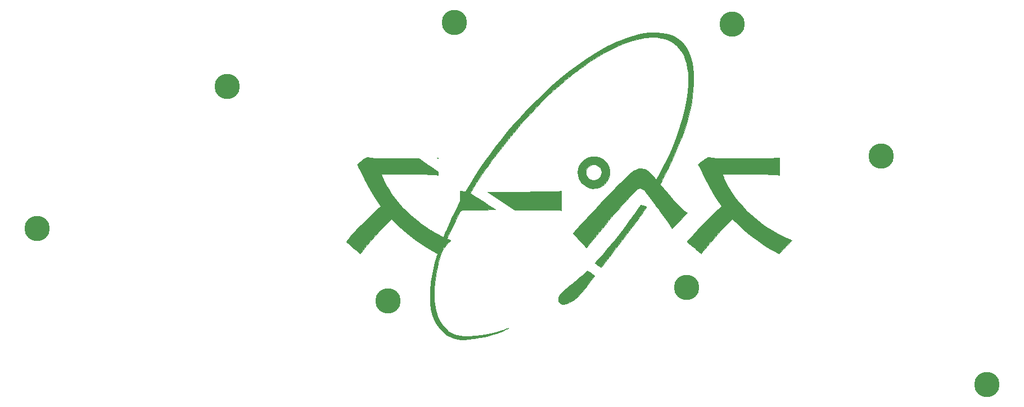
<source format=gbs>
G04 #@! TF.GenerationSoftware,KiCad,Pcbnew,(5.1.10)-1*
G04 #@! TF.CreationDate,2021-10-25T12:42:06+03:00*
G04 #@! TF.ProjectId,bottom_plate,626f7474-6f6d-45f7-906c-6174652e6b69,rev?*
G04 #@! TF.SameCoordinates,Original*
G04 #@! TF.FileFunction,Soldermask,Bot*
G04 #@! TF.FilePolarity,Negative*
%FSLAX46Y46*%
G04 Gerber Fmt 4.6, Leading zero omitted, Abs format (unit mm)*
G04 Created by KiCad (PCBNEW (5.1.10)-1) date 2021-10-25 12:42:06*
%MOMM*%
%LPD*%
G01*
G04 APERTURE LIST*
%ADD10C,0.010000*%
%ADD11C,3.800000*%
G04 APERTURE END LIST*
D10*
G36*
X120090083Y-99103128D02*
G01*
X120074266Y-99121783D01*
X120106001Y-99166648D01*
X120158933Y-99206809D01*
X120222359Y-99237017D01*
X120242493Y-99205916D01*
X120243600Y-99174659D01*
X120213844Y-99103659D01*
X120158933Y-99089633D01*
X120090083Y-99103128D01*
G37*
X120090083Y-99103128D02*
X120074266Y-99121783D01*
X120106001Y-99166648D01*
X120158933Y-99206809D01*
X120222359Y-99237017D01*
X120242493Y-99205916D01*
X120243600Y-99174659D01*
X120213844Y-99103659D01*
X120158933Y-99089633D01*
X120090083Y-99103128D01*
G36*
X143356967Y-98947760D02*
G01*
X142934266Y-99039651D01*
X142541609Y-99203133D01*
X142186607Y-99432324D01*
X141876872Y-99721339D01*
X141620016Y-100064295D01*
X141423650Y-100455309D01*
X141299704Y-100867633D01*
X141249404Y-101303957D01*
X141281237Y-101734258D01*
X141392696Y-102150326D01*
X141581277Y-102543952D01*
X141844473Y-102906923D01*
X141960159Y-103031702D01*
X142291765Y-103308932D01*
X142668802Y-103522042D01*
X143077522Y-103666800D01*
X143504178Y-103738971D01*
X143935022Y-103734322D01*
X144140766Y-103703264D01*
X144561548Y-103577620D01*
X144947364Y-103379729D01*
X145289821Y-103117701D01*
X145580524Y-102799648D01*
X145811079Y-102433682D01*
X145973091Y-102027913D01*
X146006987Y-101900004D01*
X146050853Y-101602329D01*
X146056748Y-101317394D01*
X144838337Y-101317394D01*
X144802650Y-101646312D01*
X144694614Y-101932104D01*
X144516528Y-102171398D01*
X144270687Y-102360823D01*
X144058081Y-102462496D01*
X143876494Y-102503474D01*
X143652437Y-102512432D01*
X143421548Y-102490022D01*
X143249084Y-102447670D01*
X143032026Y-102335259D01*
X142825672Y-102161561D01*
X142625215Y-101908528D01*
X142505615Y-101634379D01*
X142467911Y-101344921D01*
X142513142Y-101045960D01*
X142589992Y-100844011D01*
X142760188Y-100573832D01*
X142979223Y-100366053D01*
X143235581Y-100224721D01*
X143517745Y-100153887D01*
X143814199Y-100157600D01*
X144113428Y-100239909D01*
X144198096Y-100278566D01*
X144460592Y-100453330D01*
X144657188Y-100679405D01*
X144783949Y-100950407D01*
X144836941Y-101259956D01*
X144838337Y-101317394D01*
X146056748Y-101317394D01*
X146057775Y-101267761D01*
X146029455Y-100931046D01*
X145967592Y-100626934D01*
X145940473Y-100540702D01*
X145753927Y-100129740D01*
X145503457Y-99770171D01*
X145196203Y-99467362D01*
X144839305Y-99226680D01*
X144439903Y-99053492D01*
X144005137Y-98953164D01*
X143802100Y-98933346D01*
X143356967Y-98947760D01*
G37*
X143356967Y-98947760D02*
X142934266Y-99039651D01*
X142541609Y-99203133D01*
X142186607Y-99432324D01*
X141876872Y-99721339D01*
X141620016Y-100064295D01*
X141423650Y-100455309D01*
X141299704Y-100867633D01*
X141249404Y-101303957D01*
X141281237Y-101734258D01*
X141392696Y-102150326D01*
X141581277Y-102543952D01*
X141844473Y-102906923D01*
X141960159Y-103031702D01*
X142291765Y-103308932D01*
X142668802Y-103522042D01*
X143077522Y-103666800D01*
X143504178Y-103738971D01*
X143935022Y-103734322D01*
X144140766Y-103703264D01*
X144561548Y-103577620D01*
X144947364Y-103379729D01*
X145289821Y-103117701D01*
X145580524Y-102799648D01*
X145811079Y-102433682D01*
X145973091Y-102027913D01*
X146006987Y-101900004D01*
X146050853Y-101602329D01*
X146056748Y-101317394D01*
X144838337Y-101317394D01*
X144802650Y-101646312D01*
X144694614Y-101932104D01*
X144516528Y-102171398D01*
X144270687Y-102360823D01*
X144058081Y-102462496D01*
X143876494Y-102503474D01*
X143652437Y-102512432D01*
X143421548Y-102490022D01*
X143249084Y-102447670D01*
X143032026Y-102335259D01*
X142825672Y-102161561D01*
X142625215Y-101908528D01*
X142505615Y-101634379D01*
X142467911Y-101344921D01*
X142513142Y-101045960D01*
X142589992Y-100844011D01*
X142760188Y-100573832D01*
X142979223Y-100366053D01*
X143235581Y-100224721D01*
X143517745Y-100153887D01*
X143814199Y-100157600D01*
X144113428Y-100239909D01*
X144198096Y-100278566D01*
X144460592Y-100453330D01*
X144657188Y-100679405D01*
X144783949Y-100950407D01*
X144836941Y-101259956D01*
X144838337Y-101317394D01*
X146056748Y-101317394D01*
X146057775Y-101267761D01*
X146029455Y-100931046D01*
X145967592Y-100626934D01*
X145940473Y-100540702D01*
X145753927Y-100129740D01*
X145503457Y-99770171D01*
X145196203Y-99467362D01*
X144839305Y-99226680D01*
X144439903Y-99053492D01*
X144005137Y-98953164D01*
X143802100Y-98933346D01*
X143356967Y-98947760D01*
G36*
X138584516Y-104149249D02*
G01*
X138437117Y-104162404D01*
X138247572Y-104179306D01*
X138065933Y-104195494D01*
X137982978Y-104199353D01*
X137820987Y-104203488D01*
X137585593Y-104207842D01*
X137282427Y-104212357D01*
X136917118Y-104216978D01*
X136495300Y-104221648D01*
X136022602Y-104226310D01*
X135504656Y-104230906D01*
X134947094Y-104235381D01*
X134355545Y-104239677D01*
X133735642Y-104243739D01*
X133093015Y-104247508D01*
X132695585Y-104249623D01*
X127642738Y-104275467D01*
X129691838Y-105614328D01*
X131740938Y-106953190D01*
X135019852Y-106980492D01*
X135545796Y-106985155D01*
X136051907Y-106990189D01*
X136531095Y-106995491D01*
X136976265Y-107000958D01*
X137380327Y-107006485D01*
X137736186Y-107011969D01*
X138036752Y-107017307D01*
X138274930Y-107022395D01*
X138443630Y-107027128D01*
X138535757Y-107031405D01*
X138542183Y-107031965D01*
X138785600Y-107056136D01*
X138785600Y-104131289D01*
X138584516Y-104149249D01*
G37*
X138584516Y-104149249D02*
X138437117Y-104162404D01*
X138247572Y-104179306D01*
X138065933Y-104195494D01*
X137982978Y-104199353D01*
X137820987Y-104203488D01*
X137585593Y-104207842D01*
X137282427Y-104212357D01*
X136917118Y-104216978D01*
X136495300Y-104221648D01*
X136022602Y-104226310D01*
X135504656Y-104230906D01*
X134947094Y-104235381D01*
X134355545Y-104239677D01*
X133735642Y-104243739D01*
X133093015Y-104247508D01*
X132695585Y-104249623D01*
X127642738Y-104275467D01*
X129691838Y-105614328D01*
X131740938Y-106953190D01*
X135019852Y-106980492D01*
X135545796Y-106985155D01*
X136051907Y-106990189D01*
X136531095Y-106995491D01*
X136976265Y-107000958D01*
X137380327Y-107006485D01*
X137736186Y-107011969D01*
X138036752Y-107017307D01*
X138274930Y-107022395D01*
X138443630Y-107027128D01*
X138535757Y-107031405D01*
X138542183Y-107031965D01*
X138785600Y-107056136D01*
X138785600Y-104131289D01*
X138584516Y-104149249D01*
G36*
X160872522Y-99010379D02*
G01*
X160802951Y-99041102D01*
X160705399Y-99099538D01*
X160570411Y-99191425D01*
X160388531Y-99322505D01*
X160150304Y-99498517D01*
X160110009Y-99528492D01*
X159892517Y-99691402D01*
X159699794Y-99837731D01*
X159541612Y-99959898D01*
X159427744Y-100050316D01*
X159367965Y-100101405D01*
X159361315Y-100109460D01*
X159380977Y-100154412D01*
X159435117Y-100254107D01*
X159514050Y-100391051D01*
X159560683Y-100469519D01*
X159650931Y-100629252D01*
X159763631Y-100842778D01*
X159886758Y-101086559D01*
X160008283Y-101337061D01*
X160056298Y-101439359D01*
X160611925Y-102588406D01*
X161175246Y-103656643D01*
X161748327Y-104647739D01*
X162333233Y-105565363D01*
X162586450Y-105934781D01*
X162918631Y-106408762D01*
X162717054Y-106590948D01*
X162406302Y-106875792D01*
X162074325Y-107187351D01*
X161725852Y-107520689D01*
X161365607Y-107870874D01*
X160998318Y-108232970D01*
X160628712Y-108602044D01*
X160261515Y-108973162D01*
X159901454Y-109341388D01*
X159553255Y-109701789D01*
X159221645Y-110049431D01*
X158911351Y-110379380D01*
X158627099Y-110686701D01*
X158373616Y-110966460D01*
X158155629Y-111213723D01*
X157977864Y-111423555D01*
X157845048Y-111591023D01*
X157761908Y-111711193D01*
X157733170Y-111779130D01*
X157736936Y-111789745D01*
X157859003Y-111899787D01*
X158020836Y-112042399D01*
X158213306Y-112209838D01*
X158427280Y-112394361D01*
X158653628Y-112588225D01*
X158883217Y-112783687D01*
X159106917Y-112973005D01*
X159315596Y-113148436D01*
X159500123Y-113302236D01*
X159651366Y-113426664D01*
X159760195Y-113513975D01*
X159817476Y-113556429D01*
X159823747Y-113559230D01*
X159858986Y-113523229D01*
X159937065Y-113430918D01*
X160049195Y-113293093D01*
X160186589Y-113120549D01*
X160333811Y-112932633D01*
X161058141Y-112034932D01*
X161858323Y-111106950D01*
X162732142Y-110151175D01*
X163677383Y-109170092D01*
X163760338Y-109086231D01*
X164530715Y-108308995D01*
X165215408Y-108982831D01*
X166221566Y-109928316D01*
X167239146Y-110794497D01*
X168275165Y-111586623D01*
X169336636Y-112309942D01*
X170430577Y-112969704D01*
X170865185Y-113209655D01*
X171080402Y-113324838D01*
X171269299Y-113424625D01*
X171419517Y-113502594D01*
X171518701Y-113552325D01*
X171554058Y-113567633D01*
X171587982Y-113538077D01*
X171672919Y-113454281D01*
X171801746Y-113323556D01*
X171967338Y-113153212D01*
X172162570Y-112950561D01*
X172380319Y-112722911D01*
X172506735Y-112590079D01*
X172733741Y-112350522D01*
X172941431Y-112130184D01*
X173122738Y-111936650D01*
X173270599Y-111777508D01*
X173377948Y-111660345D01*
X173437721Y-111592748D01*
X173447728Y-111579527D01*
X173416750Y-111550481D01*
X173323473Y-111500499D01*
X173184924Y-111438245D01*
X173109061Y-111407230D01*
X172457478Y-111125529D01*
X171769150Y-110784852D01*
X171058582Y-110393623D01*
X170340276Y-109960261D01*
X169628735Y-109493188D01*
X168938464Y-109000824D01*
X168848323Y-108933347D01*
X168321129Y-108521131D01*
X167786943Y-108074772D01*
X167258540Y-107606361D01*
X166748695Y-107127988D01*
X166270184Y-106651745D01*
X165835782Y-106189721D01*
X165458267Y-105754008D01*
X165357936Y-105630133D01*
X165024077Y-105193120D01*
X164688403Y-104721490D01*
X164361672Y-104232207D01*
X164054642Y-103742234D01*
X163778072Y-103268537D01*
X163542721Y-102828079D01*
X163419995Y-102574294D01*
X163350042Y-102416111D01*
X163273632Y-102233660D01*
X163197952Y-102045386D01*
X163130193Y-101869735D01*
X163077542Y-101725151D01*
X163047189Y-101630079D01*
X163042600Y-101605944D01*
X163083690Y-101601240D01*
X163201997Y-101597249D01*
X163390072Y-101593946D01*
X163640468Y-101591308D01*
X163945738Y-101589310D01*
X164298434Y-101587929D01*
X164691108Y-101587141D01*
X165116314Y-101586922D01*
X165566604Y-101587248D01*
X166034530Y-101588095D01*
X166512645Y-101589439D01*
X166993501Y-101591256D01*
X167469652Y-101593522D01*
X167933649Y-101596214D01*
X168378045Y-101599307D01*
X168795392Y-101602777D01*
X169178244Y-101606601D01*
X169519152Y-101610755D01*
X169810670Y-101615214D01*
X170045349Y-101619956D01*
X170215743Y-101624955D01*
X170302766Y-101629265D01*
X170554336Y-101647458D01*
X170817271Y-101666704D01*
X171058162Y-101684545D01*
X171223516Y-101696990D01*
X171593933Y-101725220D01*
X171593933Y-99078812D01*
X171435183Y-99103844D01*
X171281402Y-99124396D01*
X171093528Y-99142531D01*
X170867255Y-99158326D01*
X170598276Y-99171858D01*
X170282285Y-99183205D01*
X169914975Y-99192444D01*
X169492040Y-99199652D01*
X169009173Y-99204908D01*
X168462068Y-99208288D01*
X167846417Y-99209869D01*
X167157915Y-99209730D01*
X166392255Y-99207948D01*
X165773100Y-99205614D01*
X165092487Y-99202569D01*
X164491104Y-99199548D01*
X163963514Y-99196440D01*
X163504279Y-99193135D01*
X163107963Y-99189522D01*
X162769129Y-99185489D01*
X162482340Y-99180927D01*
X162242159Y-99175723D01*
X162043149Y-99169768D01*
X161879874Y-99162951D01*
X161746895Y-99155160D01*
X161638777Y-99146284D01*
X161550082Y-99136214D01*
X161475374Y-99124837D01*
X161433933Y-99117126D01*
X161255068Y-99079901D01*
X161096471Y-99043852D01*
X160985496Y-99015285D01*
X160965543Y-99009106D01*
X160923568Y-99001627D01*
X160872522Y-99010379D01*
G37*
X160872522Y-99010379D02*
X160802951Y-99041102D01*
X160705399Y-99099538D01*
X160570411Y-99191425D01*
X160388531Y-99322505D01*
X160150304Y-99498517D01*
X160110009Y-99528492D01*
X159892517Y-99691402D01*
X159699794Y-99837731D01*
X159541612Y-99959898D01*
X159427744Y-100050316D01*
X159367965Y-100101405D01*
X159361315Y-100109460D01*
X159380977Y-100154412D01*
X159435117Y-100254107D01*
X159514050Y-100391051D01*
X159560683Y-100469519D01*
X159650931Y-100629252D01*
X159763631Y-100842778D01*
X159886758Y-101086559D01*
X160008283Y-101337061D01*
X160056298Y-101439359D01*
X160611925Y-102588406D01*
X161175246Y-103656643D01*
X161748327Y-104647739D01*
X162333233Y-105565363D01*
X162586450Y-105934781D01*
X162918631Y-106408762D01*
X162717054Y-106590948D01*
X162406302Y-106875792D01*
X162074325Y-107187351D01*
X161725852Y-107520689D01*
X161365607Y-107870874D01*
X160998318Y-108232970D01*
X160628712Y-108602044D01*
X160261515Y-108973162D01*
X159901454Y-109341388D01*
X159553255Y-109701789D01*
X159221645Y-110049431D01*
X158911351Y-110379380D01*
X158627099Y-110686701D01*
X158373616Y-110966460D01*
X158155629Y-111213723D01*
X157977864Y-111423555D01*
X157845048Y-111591023D01*
X157761908Y-111711193D01*
X157733170Y-111779130D01*
X157736936Y-111789745D01*
X157859003Y-111899787D01*
X158020836Y-112042399D01*
X158213306Y-112209838D01*
X158427280Y-112394361D01*
X158653628Y-112588225D01*
X158883217Y-112783687D01*
X159106917Y-112973005D01*
X159315596Y-113148436D01*
X159500123Y-113302236D01*
X159651366Y-113426664D01*
X159760195Y-113513975D01*
X159817476Y-113556429D01*
X159823747Y-113559230D01*
X159858986Y-113523229D01*
X159937065Y-113430918D01*
X160049195Y-113293093D01*
X160186589Y-113120549D01*
X160333811Y-112932633D01*
X161058141Y-112034932D01*
X161858323Y-111106950D01*
X162732142Y-110151175D01*
X163677383Y-109170092D01*
X163760338Y-109086231D01*
X164530715Y-108308995D01*
X165215408Y-108982831D01*
X166221566Y-109928316D01*
X167239146Y-110794497D01*
X168275165Y-111586623D01*
X169336636Y-112309942D01*
X170430577Y-112969704D01*
X170865185Y-113209655D01*
X171080402Y-113324838D01*
X171269299Y-113424625D01*
X171419517Y-113502594D01*
X171518701Y-113552325D01*
X171554058Y-113567633D01*
X171587982Y-113538077D01*
X171672919Y-113454281D01*
X171801746Y-113323556D01*
X171967338Y-113153212D01*
X172162570Y-112950561D01*
X172380319Y-112722911D01*
X172506735Y-112590079D01*
X172733741Y-112350522D01*
X172941431Y-112130184D01*
X173122738Y-111936650D01*
X173270599Y-111777508D01*
X173377948Y-111660345D01*
X173437721Y-111592748D01*
X173447728Y-111579527D01*
X173416750Y-111550481D01*
X173323473Y-111500499D01*
X173184924Y-111438245D01*
X173109061Y-111407230D01*
X172457478Y-111125529D01*
X171769150Y-110784852D01*
X171058582Y-110393623D01*
X170340276Y-109960261D01*
X169628735Y-109493188D01*
X168938464Y-109000824D01*
X168848323Y-108933347D01*
X168321129Y-108521131D01*
X167786943Y-108074772D01*
X167258540Y-107606361D01*
X166748695Y-107127988D01*
X166270184Y-106651745D01*
X165835782Y-106189721D01*
X165458267Y-105754008D01*
X165357936Y-105630133D01*
X165024077Y-105193120D01*
X164688403Y-104721490D01*
X164361672Y-104232207D01*
X164054642Y-103742234D01*
X163778072Y-103268537D01*
X163542721Y-102828079D01*
X163419995Y-102574294D01*
X163350042Y-102416111D01*
X163273632Y-102233660D01*
X163197952Y-102045386D01*
X163130193Y-101869735D01*
X163077542Y-101725151D01*
X163047189Y-101630079D01*
X163042600Y-101605944D01*
X163083690Y-101601240D01*
X163201997Y-101597249D01*
X163390072Y-101593946D01*
X163640468Y-101591308D01*
X163945738Y-101589310D01*
X164298434Y-101587929D01*
X164691108Y-101587141D01*
X165116314Y-101586922D01*
X165566604Y-101587248D01*
X166034530Y-101588095D01*
X166512645Y-101589439D01*
X166993501Y-101591256D01*
X167469652Y-101593522D01*
X167933649Y-101596214D01*
X168378045Y-101599307D01*
X168795392Y-101602777D01*
X169178244Y-101606601D01*
X169519152Y-101610755D01*
X169810670Y-101615214D01*
X170045349Y-101619956D01*
X170215743Y-101624955D01*
X170302766Y-101629265D01*
X170554336Y-101647458D01*
X170817271Y-101666704D01*
X171058162Y-101684545D01*
X171223516Y-101696990D01*
X171593933Y-101725220D01*
X171593933Y-99078812D01*
X171435183Y-99103844D01*
X171281402Y-99124396D01*
X171093528Y-99142531D01*
X170867255Y-99158326D01*
X170598276Y-99171858D01*
X170282285Y-99183205D01*
X169914975Y-99192444D01*
X169492040Y-99199652D01*
X169009173Y-99204908D01*
X168462068Y-99208288D01*
X167846417Y-99209869D01*
X167157915Y-99209730D01*
X166392255Y-99207948D01*
X165773100Y-99205614D01*
X165092487Y-99202569D01*
X164491104Y-99199548D01*
X163963514Y-99196440D01*
X163504279Y-99193135D01*
X163107963Y-99189522D01*
X162769129Y-99185489D01*
X162482340Y-99180927D01*
X162242159Y-99175723D01*
X162043149Y-99169768D01*
X161879874Y-99162951D01*
X161746895Y-99155160D01*
X161638777Y-99146284D01*
X161550082Y-99136214D01*
X161475374Y-99124837D01*
X161433933Y-99117126D01*
X161255068Y-99079901D01*
X161096471Y-99043852D01*
X160985496Y-99015285D01*
X160965543Y-99009106D01*
X160923568Y-99001627D01*
X160872522Y-99010379D01*
G36*
X150664975Y-106270985D02*
G01*
X150589509Y-106384327D01*
X150480025Y-106546060D01*
X150343768Y-106745683D01*
X150187979Y-106972693D01*
X150019901Y-107216587D01*
X149846777Y-107466862D01*
X149675848Y-107713016D01*
X149514358Y-107944546D01*
X149369550Y-108150950D01*
X149248665Y-108321725D01*
X149214403Y-108369663D01*
X148650663Y-109143387D01*
X148064717Y-109924107D01*
X147464882Y-110701584D01*
X146859473Y-111465575D01*
X146256809Y-112205840D01*
X145665204Y-112912137D01*
X145092976Y-113574226D01*
X144548442Y-114181865D01*
X144130183Y-114630464D01*
X144003788Y-114765288D01*
X143902676Y-114877040D01*
X143839048Y-114951992D01*
X143823266Y-114975816D01*
X143855823Y-115004704D01*
X143943070Y-115069867D01*
X144069378Y-115160428D01*
X144219114Y-115265512D01*
X144376646Y-115374244D01*
X144526343Y-115475747D01*
X144652574Y-115559147D01*
X144739706Y-115613567D01*
X144740958Y-115614294D01*
X144777547Y-115587365D01*
X144862937Y-115494406D01*
X144995525Y-115337412D01*
X145173707Y-115118383D01*
X145395881Y-114839316D01*
X145660445Y-114502209D01*
X145965795Y-114109059D01*
X146310328Y-113661865D01*
X146374050Y-113578825D01*
X146915289Y-112873011D01*
X147407367Y-112231084D01*
X147852741Y-111649819D01*
X148253867Y-111125992D01*
X148613202Y-110656376D01*
X148933204Y-110237747D01*
X149216328Y-109866879D01*
X149465032Y-109540549D01*
X149681773Y-109255529D01*
X149869006Y-109008597D01*
X150029190Y-108796526D01*
X150164780Y-108616091D01*
X150278235Y-108464068D01*
X150372009Y-108337231D01*
X150448561Y-108232356D01*
X150478165Y-108191300D01*
X150655576Y-107940747D01*
X150834165Y-107682343D01*
X151007695Y-107425740D01*
X151169929Y-107180595D01*
X151314631Y-106956562D01*
X151435563Y-106763295D01*
X151526490Y-106610449D01*
X151581174Y-106507679D01*
X151593485Y-106464741D01*
X151547315Y-106445726D01*
X151441935Y-106412066D01*
X151297574Y-106369376D01*
X151134463Y-106323270D01*
X150972834Y-106279364D01*
X150832918Y-106243271D01*
X150734944Y-106220607D01*
X150699182Y-106216539D01*
X150664975Y-106270985D01*
G37*
X150664975Y-106270985D02*
X150589509Y-106384327D01*
X150480025Y-106546060D01*
X150343768Y-106745683D01*
X150187979Y-106972693D01*
X150019901Y-107216587D01*
X149846777Y-107466862D01*
X149675848Y-107713016D01*
X149514358Y-107944546D01*
X149369550Y-108150950D01*
X149248665Y-108321725D01*
X149214403Y-108369663D01*
X148650663Y-109143387D01*
X148064717Y-109924107D01*
X147464882Y-110701584D01*
X146859473Y-111465575D01*
X146256809Y-112205840D01*
X145665204Y-112912137D01*
X145092976Y-113574226D01*
X144548442Y-114181865D01*
X144130183Y-114630464D01*
X144003788Y-114765288D01*
X143902676Y-114877040D01*
X143839048Y-114951992D01*
X143823266Y-114975816D01*
X143855823Y-115004704D01*
X143943070Y-115069867D01*
X144069378Y-115160428D01*
X144219114Y-115265512D01*
X144376646Y-115374244D01*
X144526343Y-115475747D01*
X144652574Y-115559147D01*
X144739706Y-115613567D01*
X144740958Y-115614294D01*
X144777547Y-115587365D01*
X144862937Y-115494406D01*
X144995525Y-115337412D01*
X145173707Y-115118383D01*
X145395881Y-114839316D01*
X145660445Y-114502209D01*
X145965795Y-114109059D01*
X146310328Y-113661865D01*
X146374050Y-113578825D01*
X146915289Y-112873011D01*
X147407367Y-112231084D01*
X147852741Y-111649819D01*
X148253867Y-111125992D01*
X148613202Y-110656376D01*
X148933204Y-110237747D01*
X149216328Y-109866879D01*
X149465032Y-109540549D01*
X149681773Y-109255529D01*
X149869006Y-109008597D01*
X150029190Y-108796526D01*
X150164780Y-108616091D01*
X150278235Y-108464068D01*
X150372009Y-108337231D01*
X150448561Y-108232356D01*
X150478165Y-108191300D01*
X150655576Y-107940747D01*
X150834165Y-107682343D01*
X151007695Y-107425740D01*
X151169929Y-107180595D01*
X151314631Y-106956562D01*
X151435563Y-106763295D01*
X151526490Y-106610449D01*
X151581174Y-106507679D01*
X151593485Y-106464741D01*
X151547315Y-106445726D01*
X151441935Y-106412066D01*
X151297574Y-106369376D01*
X151134463Y-106323270D01*
X150972834Y-106279364D01*
X150832918Y-106243271D01*
X150734944Y-106220607D01*
X150699182Y-106216539D01*
X150664975Y-106270985D01*
G36*
X142115080Y-116689296D02*
G01*
X141668879Y-117104608D01*
X141173085Y-117519400D01*
X140859933Y-117760571D01*
X140339194Y-118155047D01*
X139888226Y-118511270D01*
X139503397Y-118833183D01*
X139181076Y-119124730D01*
X138917633Y-119389855D01*
X138709435Y-119632501D01*
X138552852Y-119856613D01*
X138444252Y-120066134D01*
X138380005Y-120265007D01*
X138356478Y-120457177D01*
X138356219Y-120479726D01*
X138383615Y-120724067D01*
X138470559Y-120919968D01*
X138580494Y-121047230D01*
X138754517Y-121165038D01*
X138961745Y-121220166D01*
X139211837Y-121213874D01*
X139461619Y-121162176D01*
X139742299Y-121065164D01*
X140058708Y-120920053D01*
X140388080Y-120739957D01*
X140707653Y-120537990D01*
X140994663Y-120327268D01*
X141164484Y-120181127D01*
X141277430Y-120067458D01*
X141423411Y-119909033D01*
X141582938Y-119727499D01*
X141725643Y-119557800D01*
X141877520Y-119371022D01*
X142054327Y-119150901D01*
X142249547Y-118905798D01*
X142456662Y-118644074D01*
X142669157Y-118374090D01*
X142880514Y-118104209D01*
X143084216Y-117842791D01*
X143273747Y-117598199D01*
X143442588Y-117378793D01*
X143584225Y-117192935D01*
X143692139Y-117048987D01*
X143759813Y-116955310D01*
X143780933Y-116920777D01*
X143747572Y-116886136D01*
X143655454Y-116813736D01*
X143516530Y-116712388D01*
X143342751Y-116590906D01*
X143226330Y-116511755D01*
X142671728Y-116138497D01*
X142115080Y-116689296D01*
G37*
X142115080Y-116689296D02*
X141668879Y-117104608D01*
X141173085Y-117519400D01*
X140859933Y-117760571D01*
X140339194Y-118155047D01*
X139888226Y-118511270D01*
X139503397Y-118833183D01*
X139181076Y-119124730D01*
X138917633Y-119389855D01*
X138709435Y-119632501D01*
X138552852Y-119856613D01*
X138444252Y-120066134D01*
X138380005Y-120265007D01*
X138356478Y-120457177D01*
X138356219Y-120479726D01*
X138383615Y-120724067D01*
X138470559Y-120919968D01*
X138580494Y-121047230D01*
X138754517Y-121165038D01*
X138961745Y-121220166D01*
X139211837Y-121213874D01*
X139461619Y-121162176D01*
X139742299Y-121065164D01*
X140058708Y-120920053D01*
X140388080Y-120739957D01*
X140707653Y-120537990D01*
X140994663Y-120327268D01*
X141164484Y-120181127D01*
X141277430Y-120067458D01*
X141423411Y-119909033D01*
X141582938Y-119727499D01*
X141725643Y-119557800D01*
X141877520Y-119371022D01*
X142054327Y-119150901D01*
X142249547Y-118905798D01*
X142456662Y-118644074D01*
X142669157Y-118374090D01*
X142880514Y-118104209D01*
X143084216Y-117842791D01*
X143273747Y-117598199D01*
X143442588Y-117378793D01*
X143584225Y-117192935D01*
X143692139Y-117048987D01*
X143759813Y-116955310D01*
X143780933Y-116920777D01*
X143747572Y-116886136D01*
X143655454Y-116813736D01*
X143516530Y-116712388D01*
X143342751Y-116590906D01*
X143226330Y-116511755D01*
X142671728Y-116138497D01*
X142115080Y-116689296D01*
G36*
X130784600Y-124807133D02*
G01*
X130805766Y-124828300D01*
X130826933Y-124807133D01*
X130805766Y-124785967D01*
X130784600Y-124807133D01*
G37*
X130784600Y-124807133D02*
X130805766Y-124828300D01*
X130826933Y-124807133D01*
X130805766Y-124785967D01*
X130784600Y-124807133D01*
G36*
X151991823Y-80276644D02*
G01*
X151212149Y-80361788D01*
X150416067Y-80505193D01*
X149598038Y-80708444D01*
X148752522Y-80973124D01*
X147873980Y-81300818D01*
X146956873Y-81693109D01*
X145995661Y-82151583D01*
X145852158Y-82223718D01*
X144724165Y-82828810D01*
X143574766Y-83513341D01*
X142406181Y-84275444D01*
X141220632Y-85113257D01*
X140020340Y-86024913D01*
X138807526Y-87008549D01*
X137584412Y-88062299D01*
X136353218Y-89184299D01*
X135116167Y-90372684D01*
X133875480Y-91625589D01*
X132633377Y-92941150D01*
X131392080Y-94317501D01*
X131239814Y-94490616D01*
X130462235Y-95403365D01*
X129668765Y-96385371D01*
X128867864Y-97424801D01*
X128067992Y-98509821D01*
X127277610Y-99628599D01*
X126505177Y-100769302D01*
X125759153Y-101920097D01*
X125047998Y-103069151D01*
X124751640Y-103565503D01*
X124371100Y-104210206D01*
X124138266Y-104188521D01*
X123965061Y-104171959D01*
X123792298Y-104154776D01*
X123725516Y-104147878D01*
X123545600Y-104128920D01*
X123545600Y-105671834D01*
X122935930Y-106878650D01*
X122588794Y-107574097D01*
X122276715Y-108217870D01*
X121990254Y-108830325D01*
X121719969Y-109431819D01*
X121456421Y-110042707D01*
X121340778Y-110318238D01*
X121230987Y-110579718D01*
X121147244Y-110772270D01*
X121084226Y-110905607D01*
X121036609Y-110989439D01*
X120999069Y-111033479D01*
X120966280Y-111047438D01*
X120942711Y-111044339D01*
X120857885Y-111009292D01*
X120713118Y-110938543D01*
X120521474Y-110839266D01*
X120296022Y-110718632D01*
X120049828Y-110583814D01*
X119795959Y-110441985D01*
X119547481Y-110300316D01*
X119317462Y-110165981D01*
X119118967Y-110046151D01*
X119079433Y-110021575D01*
X118343523Y-109537737D01*
X117609854Y-109010599D01*
X116890043Y-108450220D01*
X116195712Y-107866658D01*
X115538478Y-107269972D01*
X114929962Y-106670220D01*
X114381782Y-106077461D01*
X114006515Y-105630133D01*
X113690034Y-105216243D01*
X113366654Y-104760935D01*
X113047075Y-104281307D01*
X112741998Y-103794457D01*
X112462122Y-103317485D01*
X112218147Y-102867488D01*
X112020774Y-102461564D01*
X112013519Y-102445412D01*
X111942680Y-102281109D01*
X111868934Y-102100266D01*
X111799665Y-101922267D01*
X111742253Y-101766495D01*
X111704082Y-101652335D01*
X111692266Y-101601839D01*
X111733357Y-101597542D01*
X111851660Y-101593964D01*
X112039727Y-101591075D01*
X112290108Y-101588847D01*
X112595352Y-101587254D01*
X112948010Y-101586265D01*
X113340632Y-101585854D01*
X113765768Y-101585992D01*
X114215968Y-101586651D01*
X114683782Y-101587803D01*
X115161761Y-101589419D01*
X115642453Y-101591473D01*
X116118410Y-101593934D01*
X116582181Y-101596776D01*
X117026317Y-101599970D01*
X117443368Y-101603487D01*
X117825883Y-101607301D01*
X118166413Y-101611382D01*
X118457508Y-101615703D01*
X118691717Y-101620236D01*
X118861592Y-101624951D01*
X118952433Y-101629265D01*
X119204003Y-101647458D01*
X119466937Y-101666704D01*
X119707829Y-101684545D01*
X119873183Y-101696990D01*
X120243600Y-101725220D01*
X120243600Y-101265595D01*
X119852016Y-100995734D01*
X119715009Y-100900599D01*
X119521961Y-100765534D01*
X119285837Y-100599666D01*
X119019604Y-100412118D01*
X118736231Y-100212015D01*
X118448683Y-100008481D01*
X118399405Y-99973548D01*
X117338376Y-99221224D01*
X113890905Y-99204591D01*
X113257596Y-99201371D01*
X112703047Y-99198131D01*
X112221352Y-99194734D01*
X111806605Y-99191044D01*
X111452899Y-99186926D01*
X111154328Y-99182243D01*
X110904986Y-99176859D01*
X110698966Y-99170637D01*
X110530362Y-99163442D01*
X110393268Y-99155137D01*
X110281777Y-99145587D01*
X110189982Y-99134655D01*
X110111979Y-99122205D01*
X110083600Y-99116825D01*
X109904721Y-99079737D01*
X109746115Y-99043790D01*
X109635144Y-99015276D01*
X109615210Y-99009106D01*
X109573235Y-99001627D01*
X109522189Y-99010379D01*
X109452618Y-99041102D01*
X109355066Y-99099538D01*
X109220077Y-99191425D01*
X109038198Y-99322505D01*
X108799971Y-99498517D01*
X108759676Y-99528492D01*
X108542184Y-99691402D01*
X108349460Y-99837731D01*
X108191278Y-99959898D01*
X108077411Y-100050316D01*
X108017631Y-100101405D01*
X108010982Y-100109460D01*
X108030660Y-100154404D01*
X108084843Y-100254069D01*
X108163835Y-100390963D01*
X108210439Y-100469293D01*
X108292015Y-100614047D01*
X108399180Y-100817397D01*
X108522556Y-101060828D01*
X108652770Y-101325825D01*
X108780446Y-101593874D01*
X108787268Y-101608467D01*
X109238769Y-102542616D01*
X109691489Y-103411758D01*
X110156093Y-104235024D01*
X110643246Y-105031545D01*
X111002196Y-105581670D01*
X111564516Y-106422208D01*
X111342842Y-106618837D01*
X111035539Y-106897254D01*
X110682636Y-107226979D01*
X110295523Y-107596703D01*
X109885590Y-107995117D01*
X109464226Y-108410913D01*
X109042820Y-108832782D01*
X108632762Y-109249415D01*
X108245440Y-109649506D01*
X107892244Y-110021743D01*
X107625805Y-110309511D01*
X107312613Y-110655292D01*
X107039817Y-110961872D01*
X106810348Y-111225750D01*
X106627139Y-111443427D01*
X106493120Y-111611402D01*
X106411223Y-111726175D01*
X106384380Y-111784246D01*
X106386415Y-111789320D01*
X106491711Y-111883655D01*
X106639893Y-112013838D01*
X106821750Y-112172007D01*
X107028075Y-112350300D01*
X107249657Y-112540856D01*
X107477289Y-112735811D01*
X107701762Y-112927305D01*
X107913867Y-113107475D01*
X108104396Y-113268460D01*
X108264138Y-113402397D01*
X108383887Y-113501424D01*
X108454432Y-113557679D01*
X108469360Y-113567633D01*
X108505423Y-113535618D01*
X108581391Y-113447893D01*
X108686984Y-113316942D01*
X108811924Y-113155246D01*
X108844847Y-113111653D01*
X109371955Y-112436735D01*
X109968630Y-111721257D01*
X110631994Y-110968476D01*
X111359167Y-110181650D01*
X112147270Y-109364035D01*
X112250924Y-109258817D01*
X113182428Y-108315501D01*
X113909230Y-109025984D01*
X114918652Y-109968850D01*
X115936291Y-110831134D01*
X116967554Y-111616875D01*
X118017848Y-112330111D01*
X119092580Y-112974881D01*
X119484473Y-113189926D01*
X119696667Y-113303590D01*
X119881044Y-113402370D01*
X120025457Y-113479759D01*
X120117760Y-113529246D01*
X120146185Y-113544517D01*
X120137889Y-113584397D01*
X120109342Y-113690735D01*
X120064632Y-113848897D01*
X120007844Y-114044246D01*
X119985683Y-114119330D01*
X119755738Y-114944491D01*
X119548145Y-115788044D01*
X119368327Y-116625276D01*
X119221703Y-117431474D01*
X119140884Y-117970300D01*
X119102773Y-118307860D01*
X119071262Y-118697247D01*
X119046873Y-119119541D01*
X119030127Y-119555821D01*
X119021543Y-119987169D01*
X119021644Y-120394664D01*
X119030948Y-120759388D01*
X119049978Y-121062419D01*
X119054498Y-121109165D01*
X119167279Y-121895611D01*
X119336514Y-122627619D01*
X119560492Y-123303259D01*
X119837504Y-123920600D01*
X120165839Y-124477713D01*
X120543787Y-124972669D01*
X120969638Y-125403536D01*
X121441681Y-125768387D01*
X121958206Y-126065290D01*
X122517504Y-126292317D01*
X123117863Y-126447537D01*
X123757574Y-126529020D01*
X123863100Y-126535069D01*
X124057997Y-126541493D01*
X124241931Y-126542541D01*
X124383108Y-126538175D01*
X124413433Y-126535694D01*
X124655004Y-126507245D01*
X124960206Y-126466296D01*
X125309445Y-126415905D01*
X125683128Y-126359133D01*
X126061661Y-126299037D01*
X126425451Y-126238678D01*
X126754903Y-126181115D01*
X127030425Y-126129406D01*
X127082992Y-126118889D01*
X127593271Y-126006637D01*
X128104931Y-125877958D01*
X128595263Y-125739196D01*
X129041556Y-125596694D01*
X129342445Y-125487813D01*
X129496285Y-125425659D01*
X129682605Y-125346187D01*
X129887523Y-125255824D01*
X130097158Y-125160995D01*
X130297629Y-125068125D01*
X130475057Y-124983640D01*
X130615558Y-124913965D01*
X130705254Y-124865525D01*
X130730867Y-124845122D01*
X130688733Y-124853707D01*
X130578690Y-124884938D01*
X130413259Y-124935020D01*
X130204962Y-125000153D01*
X129966319Y-125076539D01*
X129942851Y-125084138D01*
X128834191Y-125416600D01*
X127773893Y-125679686D01*
X126761822Y-125873423D01*
X125797841Y-125997833D01*
X124881815Y-126052943D01*
X124620321Y-126055967D01*
X124041390Y-126040302D01*
X123531852Y-125992009D01*
X123082190Y-125909141D01*
X122682883Y-125789751D01*
X122324415Y-125631891D01*
X122193889Y-125559633D01*
X122009927Y-125432895D01*
X121791956Y-125253018D01*
X121555504Y-125035526D01*
X121316097Y-124795945D01*
X121089261Y-124549801D01*
X120890523Y-124312617D01*
X120738049Y-124103932D01*
X120434714Y-123588975D01*
X120181777Y-123037219D01*
X119975933Y-122438969D01*
X119813878Y-121784531D01*
X119692307Y-121064210D01*
X119686177Y-121018300D01*
X119662706Y-120772974D01*
X119646472Y-120461250D01*
X119637331Y-120101071D01*
X119635140Y-119710383D01*
X119639756Y-119307132D01*
X119651037Y-118909263D01*
X119668840Y-118534720D01*
X119693021Y-118201450D01*
X119709951Y-118033800D01*
X119786422Y-117450136D01*
X119883912Y-116837940D01*
X119998973Y-116212679D01*
X120128158Y-115589820D01*
X120268021Y-114984829D01*
X120415115Y-114413172D01*
X120565993Y-113890316D01*
X120717209Y-113431728D01*
X120763949Y-113304146D01*
X120949087Y-112812858D01*
X121517094Y-112213163D01*
X121693108Y-112026315D01*
X121848212Y-111859734D01*
X121973269Y-111723391D01*
X122059141Y-111627258D01*
X122096692Y-111581307D01*
X122097478Y-111579750D01*
X122067779Y-111548332D01*
X121978008Y-111497997D01*
X121847396Y-111439486D01*
X121843478Y-111437892D01*
X121696155Y-111369472D01*
X121608717Y-111310058D01*
X121589974Y-111273943D01*
X121618439Y-111191365D01*
X121679637Y-111042186D01*
X121769184Y-110835902D01*
X121882697Y-110582006D01*
X122015792Y-110289997D01*
X122164085Y-109969368D01*
X122323193Y-109629617D01*
X122488732Y-109280238D01*
X122656319Y-108930727D01*
X122821569Y-108590581D01*
X122936676Y-108356737D01*
X123578139Y-107061673D01*
X123974620Y-107027991D01*
X124093989Y-107020986D01*
X124288337Y-107013478D01*
X124547977Y-107005687D01*
X124863225Y-106997828D01*
X125224395Y-106990120D01*
X125621801Y-106982780D01*
X126045759Y-106976025D01*
X126486582Y-106970074D01*
X126628535Y-106968387D01*
X128885970Y-106942467D01*
X127750368Y-106202813D01*
X127423238Y-105989685D01*
X127074414Y-105762323D01*
X126722275Y-105532713D01*
X126385199Y-105312841D01*
X126081566Y-105114692D01*
X125829753Y-104950253D01*
X125820745Y-104944368D01*
X125026724Y-104425577D01*
X125392629Y-103821355D01*
X125652234Y-103400499D01*
X125939086Y-102949129D01*
X126240912Y-102485741D01*
X126545436Y-102028831D01*
X126840384Y-101596895D01*
X127113480Y-101208429D01*
X127268570Y-100994633D01*
X127457725Y-100736220D01*
X127669894Y-100443734D01*
X127883297Y-100147356D01*
X128076150Y-99877270D01*
X128139286Y-99788133D01*
X128290495Y-99576608D01*
X128478844Y-99317129D01*
X128690112Y-99029054D01*
X128910077Y-98731738D01*
X129124520Y-98444537D01*
X129205539Y-98336860D01*
X130118518Y-97150273D01*
X131050107Y-95985551D01*
X131995336Y-94847956D01*
X132949237Y-93742747D01*
X133906841Y-92675185D01*
X134863178Y-91650532D01*
X135813281Y-90674046D01*
X136752181Y-89750990D01*
X137674908Y-88886624D01*
X138576495Y-88086207D01*
X139451971Y-87355001D01*
X139949766Y-86961642D01*
X140151643Y-86803572D01*
X140374258Y-86625979D01*
X140582293Y-86457153D01*
X140669433Y-86385180D01*
X140903127Y-86195838D01*
X141190364Y-85971504D01*
X141514506Y-85724549D01*
X141858917Y-85467341D01*
X142206959Y-85212250D01*
X142541995Y-84971648D01*
X142847387Y-84757902D01*
X142976600Y-84669799D01*
X144082038Y-83953658D01*
X145166595Y-83310572D01*
X146228593Y-82741294D01*
X147266357Y-82246581D01*
X148278209Y-81827188D01*
X149262474Y-81483869D01*
X150217475Y-81217381D01*
X151010503Y-81050858D01*
X151338533Y-81003904D01*
X151713819Y-80968261D01*
X152112318Y-80944785D01*
X152509983Y-80934336D01*
X152882768Y-80937773D01*
X153206627Y-80955954D01*
X153323098Y-80968296D01*
X153989802Y-81089258D01*
X154606996Y-81278432D01*
X155176324Y-81536566D01*
X155699428Y-81864405D01*
X156177953Y-82262697D01*
X156181711Y-82266269D01*
X156572098Y-82684808D01*
X156909535Y-83149017D01*
X157196315Y-83664066D01*
X157434736Y-84235126D01*
X157627092Y-84867367D01*
X157775680Y-85565959D01*
X157843386Y-86008633D01*
X157866527Y-86247128D01*
X157882908Y-86552740D01*
X157892662Y-86908202D01*
X157895920Y-87296245D01*
X157892817Y-87699600D01*
X157883484Y-88101001D01*
X157868053Y-88483178D01*
X157846658Y-88828863D01*
X157819507Y-89120133D01*
X157640303Y-90371637D01*
X157388845Y-91661635D01*
X157066182Y-92986251D01*
X156673363Y-94341610D01*
X156211437Y-95723835D01*
X155681452Y-97129053D01*
X155591136Y-97353967D01*
X155352315Y-97927217D01*
X155100558Y-98497465D01*
X154829652Y-99077438D01*
X154533383Y-99679864D01*
X154205538Y-100317473D01*
X153839902Y-101002991D01*
X153559304Y-101516077D01*
X153073100Y-102397354D01*
X152863110Y-102151077D01*
X152749595Y-102023299D01*
X152595897Y-101857617D01*
X152422208Y-101675483D01*
X152249277Y-101498909D01*
X152048667Y-101303940D01*
X151881598Y-101159010D01*
X151728088Y-101048555D01*
X151568156Y-100957011D01*
X151527035Y-100936341D01*
X151177535Y-100802866D01*
X150826294Y-100747400D01*
X150469133Y-100770664D01*
X150101869Y-100873378D01*
X149720323Y-101056262D01*
X149326579Y-101315397D01*
X149214994Y-101406930D01*
X149050817Y-101554479D01*
X148839569Y-101752481D01*
X148586767Y-101995376D01*
X148297931Y-102277601D01*
X147978580Y-102593596D01*
X147634231Y-102937797D01*
X147270406Y-103304645D01*
X146892621Y-103688578D01*
X146506396Y-104084033D01*
X146117249Y-104485450D01*
X145730700Y-104887266D01*
X145352268Y-105283921D01*
X144987470Y-105669852D01*
X144687603Y-105990284D01*
X144104454Y-106616727D01*
X143576464Y-107184004D01*
X143101066Y-107694883D01*
X142675694Y-108152135D01*
X142297781Y-108558529D01*
X141964760Y-108916835D01*
X141674064Y-109229823D01*
X141423127Y-109500263D01*
X141209381Y-109730924D01*
X141030261Y-109924576D01*
X140883198Y-110083990D01*
X140765627Y-110211934D01*
X140674981Y-110311178D01*
X140608692Y-110384493D01*
X140564194Y-110434647D01*
X140538921Y-110464412D01*
X140530403Y-110476265D01*
X140555343Y-110513441D01*
X140631658Y-110605007D01*
X140752788Y-110743611D01*
X140912174Y-110921901D01*
X141103256Y-111132523D01*
X141319477Y-111368126D01*
X141498229Y-111561140D01*
X141731125Y-111811662D01*
X141946122Y-112042940D01*
X142136305Y-112247535D01*
X142294762Y-112418010D01*
X142414579Y-112546927D01*
X142488842Y-112626847D01*
X142510480Y-112650154D01*
X142543062Y-112625728D01*
X142623441Y-112541879D01*
X142746127Y-112404979D01*
X142905630Y-112221400D01*
X143096462Y-111997516D01*
X143313131Y-111739697D01*
X143550150Y-111454317D01*
X143750425Y-111210821D01*
X144331276Y-110503208D01*
X144866378Y-109854822D01*
X145362122Y-109258186D01*
X145824899Y-108705821D01*
X146261103Y-108190250D01*
X146677125Y-107703994D01*
X147079356Y-107239575D01*
X147474189Y-106789515D01*
X147868016Y-106346336D01*
X148267229Y-105902559D01*
X148610999Y-105524300D01*
X148965187Y-105137275D01*
X149268512Y-104808820D01*
X149526331Y-104534200D01*
X149744006Y-104308682D01*
X149926892Y-104127531D01*
X150080351Y-103986011D01*
X150209740Y-103879389D01*
X150320418Y-103802929D01*
X150417744Y-103751897D01*
X150507076Y-103721559D01*
X150593773Y-103707179D01*
X150671292Y-103703967D01*
X150837391Y-103737153D01*
X151025383Y-103827609D01*
X151210923Y-103961674D01*
X151321376Y-104068693D01*
X151390752Y-104151985D01*
X151504411Y-104296994D01*
X151657201Y-104496699D01*
X151843966Y-104744082D01*
X152059553Y-105032125D01*
X152298808Y-105353809D01*
X152556578Y-105702116D01*
X152827707Y-106070027D01*
X153107042Y-106450523D01*
X153389430Y-106836587D01*
X153669716Y-107221199D01*
X153942745Y-107597340D01*
X154203365Y-107957994D01*
X154446422Y-108296140D01*
X154666760Y-108604760D01*
X154859227Y-108876837D01*
X154997106Y-109074194D01*
X155477035Y-109766587D01*
X156393095Y-108820194D01*
X156630487Y-108574628D01*
X156858186Y-108338507D01*
X157066931Y-108121476D01*
X157247463Y-107933182D01*
X157390522Y-107783272D01*
X157486847Y-107681392D01*
X157506300Y-107660498D01*
X157703446Y-107447196D01*
X157443705Y-107237165D01*
X157245397Y-107067911D01*
X157004521Y-106848075D01*
X156734274Y-106590786D01*
X156447854Y-106309170D01*
X156158458Y-106016354D01*
X155879281Y-105725466D01*
X155623523Y-105449632D01*
X155445086Y-105249133D01*
X155265216Y-105040857D01*
X155067377Y-104809464D01*
X154858652Y-104563465D01*
X154646123Y-104311369D01*
X154436874Y-104061687D01*
X154237986Y-103822930D01*
X154056543Y-103603608D01*
X153899627Y-103412230D01*
X153774321Y-103257308D01*
X153687708Y-103147352D01*
X153646869Y-103090872D01*
X153644600Y-103085717D01*
X153663445Y-103043442D01*
X153716644Y-102936004D01*
X153799194Y-102773200D01*
X153906089Y-102564829D01*
X154032325Y-102320688D01*
X154172899Y-102050578D01*
X154190078Y-102017679D01*
X154837396Y-100742891D01*
X155439082Y-99485120D01*
X155993399Y-98249052D01*
X156498609Y-97039373D01*
X156952973Y-95860770D01*
X157354756Y-94717929D01*
X157702219Y-93615536D01*
X157993625Y-92558277D01*
X158227236Y-91550838D01*
X158384105Y-90706269D01*
X158511469Y-89799300D01*
X158600174Y-88896011D01*
X158650144Y-88007765D01*
X158661304Y-87145927D01*
X158633579Y-86321863D01*
X158566894Y-85546935D01*
X158461174Y-84832510D01*
X158424178Y-84642976D01*
X158241731Y-83927192D01*
X158003173Y-83272077D01*
X157709259Y-82678641D01*
X157360746Y-82147892D01*
X156958388Y-81680840D01*
X156502942Y-81278493D01*
X155995164Y-80941862D01*
X155456680Y-80680440D01*
X154978489Y-80513080D01*
X154460834Y-80387901D01*
X153893805Y-80303315D01*
X153267493Y-80257733D01*
X152760629Y-80248178D01*
X151991823Y-80276644D01*
G37*
X151991823Y-80276644D02*
X151212149Y-80361788D01*
X150416067Y-80505193D01*
X149598038Y-80708444D01*
X148752522Y-80973124D01*
X147873980Y-81300818D01*
X146956873Y-81693109D01*
X145995661Y-82151583D01*
X145852158Y-82223718D01*
X144724165Y-82828810D01*
X143574766Y-83513341D01*
X142406181Y-84275444D01*
X141220632Y-85113257D01*
X140020340Y-86024913D01*
X138807526Y-87008549D01*
X137584412Y-88062299D01*
X136353218Y-89184299D01*
X135116167Y-90372684D01*
X133875480Y-91625589D01*
X132633377Y-92941150D01*
X131392080Y-94317501D01*
X131239814Y-94490616D01*
X130462235Y-95403365D01*
X129668765Y-96385371D01*
X128867864Y-97424801D01*
X128067992Y-98509821D01*
X127277610Y-99628599D01*
X126505177Y-100769302D01*
X125759153Y-101920097D01*
X125047998Y-103069151D01*
X124751640Y-103565503D01*
X124371100Y-104210206D01*
X124138266Y-104188521D01*
X123965061Y-104171959D01*
X123792298Y-104154776D01*
X123725516Y-104147878D01*
X123545600Y-104128920D01*
X123545600Y-105671834D01*
X122935930Y-106878650D01*
X122588794Y-107574097D01*
X122276715Y-108217870D01*
X121990254Y-108830325D01*
X121719969Y-109431819D01*
X121456421Y-110042707D01*
X121340778Y-110318238D01*
X121230987Y-110579718D01*
X121147244Y-110772270D01*
X121084226Y-110905607D01*
X121036609Y-110989439D01*
X120999069Y-111033479D01*
X120966280Y-111047438D01*
X120942711Y-111044339D01*
X120857885Y-111009292D01*
X120713118Y-110938543D01*
X120521474Y-110839266D01*
X120296022Y-110718632D01*
X120049828Y-110583814D01*
X119795959Y-110441985D01*
X119547481Y-110300316D01*
X119317462Y-110165981D01*
X119118967Y-110046151D01*
X119079433Y-110021575D01*
X118343523Y-109537737D01*
X117609854Y-109010599D01*
X116890043Y-108450220D01*
X116195712Y-107866658D01*
X115538478Y-107269972D01*
X114929962Y-106670220D01*
X114381782Y-106077461D01*
X114006515Y-105630133D01*
X113690034Y-105216243D01*
X113366654Y-104760935D01*
X113047075Y-104281307D01*
X112741998Y-103794457D01*
X112462122Y-103317485D01*
X112218147Y-102867488D01*
X112020774Y-102461564D01*
X112013519Y-102445412D01*
X111942680Y-102281109D01*
X111868934Y-102100266D01*
X111799665Y-101922267D01*
X111742253Y-101766495D01*
X111704082Y-101652335D01*
X111692266Y-101601839D01*
X111733357Y-101597542D01*
X111851660Y-101593964D01*
X112039727Y-101591075D01*
X112290108Y-101588847D01*
X112595352Y-101587254D01*
X112948010Y-101586265D01*
X113340632Y-101585854D01*
X113765768Y-101585992D01*
X114215968Y-101586651D01*
X114683782Y-101587803D01*
X115161761Y-101589419D01*
X115642453Y-101591473D01*
X116118410Y-101593934D01*
X116582181Y-101596776D01*
X117026317Y-101599970D01*
X117443368Y-101603487D01*
X117825883Y-101607301D01*
X118166413Y-101611382D01*
X118457508Y-101615703D01*
X118691717Y-101620236D01*
X118861592Y-101624951D01*
X118952433Y-101629265D01*
X119204003Y-101647458D01*
X119466937Y-101666704D01*
X119707829Y-101684545D01*
X119873183Y-101696990D01*
X120243600Y-101725220D01*
X120243600Y-101265595D01*
X119852016Y-100995734D01*
X119715009Y-100900599D01*
X119521961Y-100765534D01*
X119285837Y-100599666D01*
X119019604Y-100412118D01*
X118736231Y-100212015D01*
X118448683Y-100008481D01*
X118399405Y-99973548D01*
X117338376Y-99221224D01*
X113890905Y-99204591D01*
X113257596Y-99201371D01*
X112703047Y-99198131D01*
X112221352Y-99194734D01*
X111806605Y-99191044D01*
X111452899Y-99186926D01*
X111154328Y-99182243D01*
X110904986Y-99176859D01*
X110698966Y-99170637D01*
X110530362Y-99163442D01*
X110393268Y-99155137D01*
X110281777Y-99145587D01*
X110189982Y-99134655D01*
X110111979Y-99122205D01*
X110083600Y-99116825D01*
X109904721Y-99079737D01*
X109746115Y-99043790D01*
X109635144Y-99015276D01*
X109615210Y-99009106D01*
X109573235Y-99001627D01*
X109522189Y-99010379D01*
X109452618Y-99041102D01*
X109355066Y-99099538D01*
X109220077Y-99191425D01*
X109038198Y-99322505D01*
X108799971Y-99498517D01*
X108759676Y-99528492D01*
X108542184Y-99691402D01*
X108349460Y-99837731D01*
X108191278Y-99959898D01*
X108077411Y-100050316D01*
X108017631Y-100101405D01*
X108010982Y-100109460D01*
X108030660Y-100154404D01*
X108084843Y-100254069D01*
X108163835Y-100390963D01*
X108210439Y-100469293D01*
X108292015Y-100614047D01*
X108399180Y-100817397D01*
X108522556Y-101060828D01*
X108652770Y-101325825D01*
X108780446Y-101593874D01*
X108787268Y-101608467D01*
X109238769Y-102542616D01*
X109691489Y-103411758D01*
X110156093Y-104235024D01*
X110643246Y-105031545D01*
X111002196Y-105581670D01*
X111564516Y-106422208D01*
X111342842Y-106618837D01*
X111035539Y-106897254D01*
X110682636Y-107226979D01*
X110295523Y-107596703D01*
X109885590Y-107995117D01*
X109464226Y-108410913D01*
X109042820Y-108832782D01*
X108632762Y-109249415D01*
X108245440Y-109649506D01*
X107892244Y-110021743D01*
X107625805Y-110309511D01*
X107312613Y-110655292D01*
X107039817Y-110961872D01*
X106810348Y-111225750D01*
X106627139Y-111443427D01*
X106493120Y-111611402D01*
X106411223Y-111726175D01*
X106384380Y-111784246D01*
X106386415Y-111789320D01*
X106491711Y-111883655D01*
X106639893Y-112013838D01*
X106821750Y-112172007D01*
X107028075Y-112350300D01*
X107249657Y-112540856D01*
X107477289Y-112735811D01*
X107701762Y-112927305D01*
X107913867Y-113107475D01*
X108104396Y-113268460D01*
X108264138Y-113402397D01*
X108383887Y-113501424D01*
X108454432Y-113557679D01*
X108469360Y-113567633D01*
X108505423Y-113535618D01*
X108581391Y-113447893D01*
X108686984Y-113316942D01*
X108811924Y-113155246D01*
X108844847Y-113111653D01*
X109371955Y-112436735D01*
X109968630Y-111721257D01*
X110631994Y-110968476D01*
X111359167Y-110181650D01*
X112147270Y-109364035D01*
X112250924Y-109258817D01*
X113182428Y-108315501D01*
X113909230Y-109025984D01*
X114918652Y-109968850D01*
X115936291Y-110831134D01*
X116967554Y-111616875D01*
X118017848Y-112330111D01*
X119092580Y-112974881D01*
X119484473Y-113189926D01*
X119696667Y-113303590D01*
X119881044Y-113402370D01*
X120025457Y-113479759D01*
X120117760Y-113529246D01*
X120146185Y-113544517D01*
X120137889Y-113584397D01*
X120109342Y-113690735D01*
X120064632Y-113848897D01*
X120007844Y-114044246D01*
X119985683Y-114119330D01*
X119755738Y-114944491D01*
X119548145Y-115788044D01*
X119368327Y-116625276D01*
X119221703Y-117431474D01*
X119140884Y-117970300D01*
X119102773Y-118307860D01*
X119071262Y-118697247D01*
X119046873Y-119119541D01*
X119030127Y-119555821D01*
X119021543Y-119987169D01*
X119021644Y-120394664D01*
X119030948Y-120759388D01*
X119049978Y-121062419D01*
X119054498Y-121109165D01*
X119167279Y-121895611D01*
X119336514Y-122627619D01*
X119560492Y-123303259D01*
X119837504Y-123920600D01*
X120165839Y-124477713D01*
X120543787Y-124972669D01*
X120969638Y-125403536D01*
X121441681Y-125768387D01*
X121958206Y-126065290D01*
X122517504Y-126292317D01*
X123117863Y-126447537D01*
X123757574Y-126529020D01*
X123863100Y-126535069D01*
X124057997Y-126541493D01*
X124241931Y-126542541D01*
X124383108Y-126538175D01*
X124413433Y-126535694D01*
X124655004Y-126507245D01*
X124960206Y-126466296D01*
X125309445Y-126415905D01*
X125683128Y-126359133D01*
X126061661Y-126299037D01*
X126425451Y-126238678D01*
X126754903Y-126181115D01*
X127030425Y-126129406D01*
X127082992Y-126118889D01*
X127593271Y-126006637D01*
X128104931Y-125877958D01*
X128595263Y-125739196D01*
X129041556Y-125596694D01*
X129342445Y-125487813D01*
X129496285Y-125425659D01*
X129682605Y-125346187D01*
X129887523Y-125255824D01*
X130097158Y-125160995D01*
X130297629Y-125068125D01*
X130475057Y-124983640D01*
X130615558Y-124913965D01*
X130705254Y-124865525D01*
X130730867Y-124845122D01*
X130688733Y-124853707D01*
X130578690Y-124884938D01*
X130413259Y-124935020D01*
X130204962Y-125000153D01*
X129966319Y-125076539D01*
X129942851Y-125084138D01*
X128834191Y-125416600D01*
X127773893Y-125679686D01*
X126761822Y-125873423D01*
X125797841Y-125997833D01*
X124881815Y-126052943D01*
X124620321Y-126055967D01*
X124041390Y-126040302D01*
X123531852Y-125992009D01*
X123082190Y-125909141D01*
X122682883Y-125789751D01*
X122324415Y-125631891D01*
X122193889Y-125559633D01*
X122009927Y-125432895D01*
X121791956Y-125253018D01*
X121555504Y-125035526D01*
X121316097Y-124795945D01*
X121089261Y-124549801D01*
X120890523Y-124312617D01*
X120738049Y-124103932D01*
X120434714Y-123588975D01*
X120181777Y-123037219D01*
X119975933Y-122438969D01*
X119813878Y-121784531D01*
X119692307Y-121064210D01*
X119686177Y-121018300D01*
X119662706Y-120772974D01*
X119646472Y-120461250D01*
X119637331Y-120101071D01*
X119635140Y-119710383D01*
X119639756Y-119307132D01*
X119651037Y-118909263D01*
X119668840Y-118534720D01*
X119693021Y-118201450D01*
X119709951Y-118033800D01*
X119786422Y-117450136D01*
X119883912Y-116837940D01*
X119998973Y-116212679D01*
X120128158Y-115589820D01*
X120268021Y-114984829D01*
X120415115Y-114413172D01*
X120565993Y-113890316D01*
X120717209Y-113431728D01*
X120763949Y-113304146D01*
X120949087Y-112812858D01*
X121517094Y-112213163D01*
X121693108Y-112026315D01*
X121848212Y-111859734D01*
X121973269Y-111723391D01*
X122059141Y-111627258D01*
X122096692Y-111581307D01*
X122097478Y-111579750D01*
X122067779Y-111548332D01*
X121978008Y-111497997D01*
X121847396Y-111439486D01*
X121843478Y-111437892D01*
X121696155Y-111369472D01*
X121608717Y-111310058D01*
X121589974Y-111273943D01*
X121618439Y-111191365D01*
X121679637Y-111042186D01*
X121769184Y-110835902D01*
X121882697Y-110582006D01*
X122015792Y-110289997D01*
X122164085Y-109969368D01*
X122323193Y-109629617D01*
X122488732Y-109280238D01*
X122656319Y-108930727D01*
X122821569Y-108590581D01*
X122936676Y-108356737D01*
X123578139Y-107061673D01*
X123974620Y-107027991D01*
X124093989Y-107020986D01*
X124288337Y-107013478D01*
X124547977Y-107005687D01*
X124863225Y-106997828D01*
X125224395Y-106990120D01*
X125621801Y-106982780D01*
X126045759Y-106976025D01*
X126486582Y-106970074D01*
X126628535Y-106968387D01*
X128885970Y-106942467D01*
X127750368Y-106202813D01*
X127423238Y-105989685D01*
X127074414Y-105762323D01*
X126722275Y-105532713D01*
X126385199Y-105312841D01*
X126081566Y-105114692D01*
X125829753Y-104950253D01*
X125820745Y-104944368D01*
X125026724Y-104425577D01*
X125392629Y-103821355D01*
X125652234Y-103400499D01*
X125939086Y-102949129D01*
X126240912Y-102485741D01*
X126545436Y-102028831D01*
X126840384Y-101596895D01*
X127113480Y-101208429D01*
X127268570Y-100994633D01*
X127457725Y-100736220D01*
X127669894Y-100443734D01*
X127883297Y-100147356D01*
X128076150Y-99877270D01*
X128139286Y-99788133D01*
X128290495Y-99576608D01*
X128478844Y-99317129D01*
X128690112Y-99029054D01*
X128910077Y-98731738D01*
X129124520Y-98444537D01*
X129205539Y-98336860D01*
X130118518Y-97150273D01*
X131050107Y-95985551D01*
X131995336Y-94847956D01*
X132949237Y-93742747D01*
X133906841Y-92675185D01*
X134863178Y-91650532D01*
X135813281Y-90674046D01*
X136752181Y-89750990D01*
X137674908Y-88886624D01*
X138576495Y-88086207D01*
X139451971Y-87355001D01*
X139949766Y-86961642D01*
X140151643Y-86803572D01*
X140374258Y-86625979D01*
X140582293Y-86457153D01*
X140669433Y-86385180D01*
X140903127Y-86195838D01*
X141190364Y-85971504D01*
X141514506Y-85724549D01*
X141858917Y-85467341D01*
X142206959Y-85212250D01*
X142541995Y-84971648D01*
X142847387Y-84757902D01*
X142976600Y-84669799D01*
X144082038Y-83953658D01*
X145166595Y-83310572D01*
X146228593Y-82741294D01*
X147266357Y-82246581D01*
X148278209Y-81827188D01*
X149262474Y-81483869D01*
X150217475Y-81217381D01*
X151010503Y-81050858D01*
X151338533Y-81003904D01*
X151713819Y-80968261D01*
X152112318Y-80944785D01*
X152509983Y-80934336D01*
X152882768Y-80937773D01*
X153206627Y-80955954D01*
X153323098Y-80968296D01*
X153989802Y-81089258D01*
X154606996Y-81278432D01*
X155176324Y-81536566D01*
X155699428Y-81864405D01*
X156177953Y-82262697D01*
X156181711Y-82266269D01*
X156572098Y-82684808D01*
X156909535Y-83149017D01*
X157196315Y-83664066D01*
X157434736Y-84235126D01*
X157627092Y-84867367D01*
X157775680Y-85565959D01*
X157843386Y-86008633D01*
X157866527Y-86247128D01*
X157882908Y-86552740D01*
X157892662Y-86908202D01*
X157895920Y-87296245D01*
X157892817Y-87699600D01*
X157883484Y-88101001D01*
X157868053Y-88483178D01*
X157846658Y-88828863D01*
X157819507Y-89120133D01*
X157640303Y-90371637D01*
X157388845Y-91661635D01*
X157066182Y-92986251D01*
X156673363Y-94341610D01*
X156211437Y-95723835D01*
X155681452Y-97129053D01*
X155591136Y-97353967D01*
X155352315Y-97927217D01*
X155100558Y-98497465D01*
X154829652Y-99077438D01*
X154533383Y-99679864D01*
X154205538Y-100317473D01*
X153839902Y-101002991D01*
X153559304Y-101516077D01*
X153073100Y-102397354D01*
X152863110Y-102151077D01*
X152749595Y-102023299D01*
X152595897Y-101857617D01*
X152422208Y-101675483D01*
X152249277Y-101498909D01*
X152048667Y-101303940D01*
X151881598Y-101159010D01*
X151728088Y-101048555D01*
X151568156Y-100957011D01*
X151527035Y-100936341D01*
X151177535Y-100802866D01*
X150826294Y-100747400D01*
X150469133Y-100770664D01*
X150101869Y-100873378D01*
X149720323Y-101056262D01*
X149326579Y-101315397D01*
X149214994Y-101406930D01*
X149050817Y-101554479D01*
X148839569Y-101752481D01*
X148586767Y-101995376D01*
X148297931Y-102277601D01*
X147978580Y-102593596D01*
X147634231Y-102937797D01*
X147270406Y-103304645D01*
X146892621Y-103688578D01*
X146506396Y-104084033D01*
X146117249Y-104485450D01*
X145730700Y-104887266D01*
X145352268Y-105283921D01*
X144987470Y-105669852D01*
X144687603Y-105990284D01*
X144104454Y-106616727D01*
X143576464Y-107184004D01*
X143101066Y-107694883D01*
X142675694Y-108152135D01*
X142297781Y-108558529D01*
X141964760Y-108916835D01*
X141674064Y-109229823D01*
X141423127Y-109500263D01*
X141209381Y-109730924D01*
X141030261Y-109924576D01*
X140883198Y-110083990D01*
X140765627Y-110211934D01*
X140674981Y-110311178D01*
X140608692Y-110384493D01*
X140564194Y-110434647D01*
X140538921Y-110464412D01*
X140530403Y-110476265D01*
X140555343Y-110513441D01*
X140631658Y-110605007D01*
X140752788Y-110743611D01*
X140912174Y-110921901D01*
X141103256Y-111132523D01*
X141319477Y-111368126D01*
X141498229Y-111561140D01*
X141731125Y-111811662D01*
X141946122Y-112042940D01*
X142136305Y-112247535D01*
X142294762Y-112418010D01*
X142414579Y-112546927D01*
X142488842Y-112626847D01*
X142510480Y-112650154D01*
X142543062Y-112625728D01*
X142623441Y-112541879D01*
X142746127Y-112404979D01*
X142905630Y-112221400D01*
X143096462Y-111997516D01*
X143313131Y-111739697D01*
X143550150Y-111454317D01*
X143750425Y-111210821D01*
X144331276Y-110503208D01*
X144866378Y-109854822D01*
X145362122Y-109258186D01*
X145824899Y-108705821D01*
X146261103Y-108190250D01*
X146677125Y-107703994D01*
X147079356Y-107239575D01*
X147474189Y-106789515D01*
X147868016Y-106346336D01*
X148267229Y-105902559D01*
X148610999Y-105524300D01*
X148965187Y-105137275D01*
X149268512Y-104808820D01*
X149526331Y-104534200D01*
X149744006Y-104308682D01*
X149926892Y-104127531D01*
X150080351Y-103986011D01*
X150209740Y-103879389D01*
X150320418Y-103802929D01*
X150417744Y-103751897D01*
X150507076Y-103721559D01*
X150593773Y-103707179D01*
X150671292Y-103703967D01*
X150837391Y-103737153D01*
X151025383Y-103827609D01*
X151210923Y-103961674D01*
X151321376Y-104068693D01*
X151390752Y-104151985D01*
X151504411Y-104296994D01*
X151657201Y-104496699D01*
X151843966Y-104744082D01*
X152059553Y-105032125D01*
X152298808Y-105353809D01*
X152556578Y-105702116D01*
X152827707Y-106070027D01*
X153107042Y-106450523D01*
X153389430Y-106836587D01*
X153669716Y-107221199D01*
X153942745Y-107597340D01*
X154203365Y-107957994D01*
X154446422Y-108296140D01*
X154666760Y-108604760D01*
X154859227Y-108876837D01*
X154997106Y-109074194D01*
X155477035Y-109766587D01*
X156393095Y-108820194D01*
X156630487Y-108574628D01*
X156858186Y-108338507D01*
X157066931Y-108121476D01*
X157247463Y-107933182D01*
X157390522Y-107783272D01*
X157486847Y-107681392D01*
X157506300Y-107660498D01*
X157703446Y-107447196D01*
X157443705Y-107237165D01*
X157245397Y-107067911D01*
X157004521Y-106848075D01*
X156734274Y-106590786D01*
X156447854Y-106309170D01*
X156158458Y-106016354D01*
X155879281Y-105725466D01*
X155623523Y-105449632D01*
X155445086Y-105249133D01*
X155265216Y-105040857D01*
X155067377Y-104809464D01*
X154858652Y-104563465D01*
X154646123Y-104311369D01*
X154436874Y-104061687D01*
X154237986Y-103822930D01*
X154056543Y-103603608D01*
X153899627Y-103412230D01*
X153774321Y-103257308D01*
X153687708Y-103147352D01*
X153646869Y-103090872D01*
X153644600Y-103085717D01*
X153663445Y-103043442D01*
X153716644Y-102936004D01*
X153799194Y-102773200D01*
X153906089Y-102564829D01*
X154032325Y-102320688D01*
X154172899Y-102050578D01*
X154190078Y-102017679D01*
X154837396Y-100742891D01*
X155439082Y-99485120D01*
X155993399Y-98249052D01*
X156498609Y-97039373D01*
X156952973Y-95860770D01*
X157354756Y-94717929D01*
X157702219Y-93615536D01*
X157993625Y-92558277D01*
X158227236Y-91550838D01*
X158384105Y-90706269D01*
X158511469Y-89799300D01*
X158600174Y-88896011D01*
X158650144Y-88007765D01*
X158661304Y-87145927D01*
X158633579Y-86321863D01*
X158566894Y-85546935D01*
X158461174Y-84832510D01*
X158424178Y-84642976D01*
X158241731Y-83927192D01*
X158003173Y-83272077D01*
X157709259Y-82678641D01*
X157360746Y-82147892D01*
X156958388Y-81680840D01*
X156502942Y-81278493D01*
X155995164Y-80941862D01*
X155456680Y-80680440D01*
X154978489Y-80513080D01*
X154460834Y-80387901D01*
X153893805Y-80303315D01*
X153267493Y-80257733D01*
X152760629Y-80248178D01*
X151991823Y-80276644D01*
D11*
X112649000Y-120675400D03*
X157657800Y-118719600D03*
X202869800Y-133350000D03*
X186918600Y-98831400D03*
X164465000Y-78994000D03*
X122707400Y-78689200D03*
X88468200Y-88341200D03*
X59842400Y-109753400D03*
M02*

</source>
